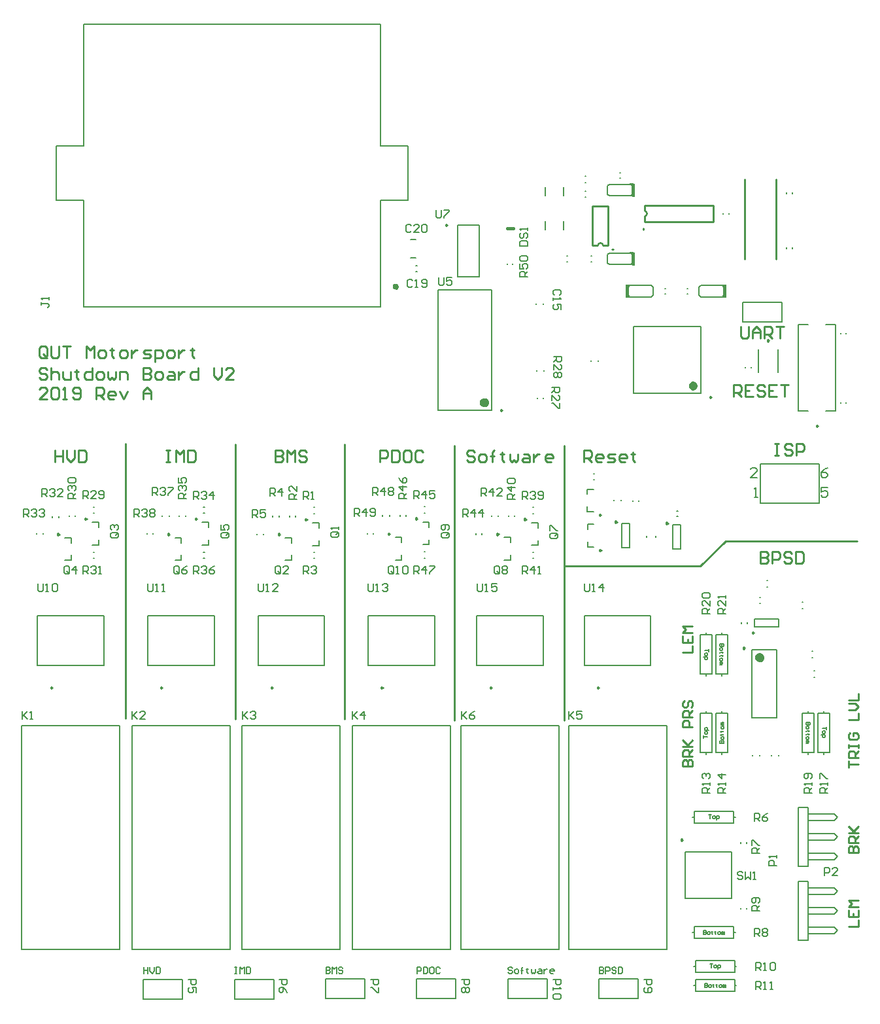
<source format=gto>
G04*
G04 #@! TF.GenerationSoftware,Altium Limited,Altium Designer,19.0.15 (446)*
G04*
G04 Layer_Color=65535*
%FSLAX25Y25*%
%MOIN*%
G70*
G01*
G75*
%ADD10C,0.00984*%
%ADD11C,0.02362*%
%ADD12C,0.00800*%
%ADD13C,0.01575*%
%ADD14C,0.01000*%
%ADD15C,0.00787*%
%ADD16C,0.00500*%
%ADD17C,0.00600*%
%ADD18C,0.00900*%
%ADD19R,0.02300X0.00650*%
%ADD20R,0.01800X0.06700*%
%ADD21R,0.02560X0.00730*%
D10*
X254807Y310671D02*
X254069Y311098D01*
Y310245D01*
X254807Y310671D01*
X226827Y405112D02*
X226088Y405538D01*
Y404686D01*
X226827Y405112D01*
X339323Y253152D02*
X338584Y253578D01*
Y252726D01*
X339323Y253152D01*
X313323Y253786D02*
X312584Y254212D01*
Y253360D01*
X313323Y253786D01*
X305252Y257300D02*
X304514Y257726D01*
Y256874D01*
X305252Y257300D01*
X305279Y239317D02*
X304541Y239743D01*
Y238891D01*
X305279Y239317D01*
X137742Y169443D02*
X137004Y169869D01*
Y169017D01*
X137742Y169443D01*
X81542D02*
X80804Y169869D01*
Y169017D01*
X81542Y169443D01*
X25342D02*
X24604Y169869D01*
Y169017D01*
X25342Y169443D01*
X249342D02*
X248604Y169869D01*
Y169017D01*
X249342Y169443D01*
X304142D02*
X303404Y169869D01*
Y169017D01*
X304142Y169443D01*
X193942D02*
X193204Y169869D01*
Y169017D01*
X193942Y169443D01*
X211541Y255459D02*
X210802Y255885D01*
Y255033D01*
X211541Y255459D01*
X197588Y247648D02*
X196850Y248074D01*
Y247222D01*
X197588Y247648D01*
X361586Y317364D02*
X360848Y317791D01*
Y316938D01*
X361586Y317364D01*
X266941Y255160D02*
X266202Y255586D01*
Y254733D01*
X266941Y255160D01*
X252988Y247608D02*
X252250Y248035D01*
Y247182D01*
X252988Y247608D01*
X390842Y346293D02*
X390104Y346720D01*
Y345867D01*
X390842Y346293D01*
X415842Y302636D02*
X415104Y303062D01*
Y302210D01*
X415842Y302636D01*
X99141Y255341D02*
X98402Y255767D01*
Y254914D01*
X99141Y255341D01*
X85188Y247530D02*
X84450Y247956D01*
Y247104D01*
X85188Y247530D01*
X42941Y255341D02*
X42202Y255767D01*
Y254914D01*
X42941Y255341D01*
X28988Y247530D02*
X28250Y247956D01*
Y247104D01*
X28988Y247530D01*
X346767Y91809D02*
X346029Y92235D01*
Y91383D01*
X346767Y91809D01*
X378508Y189608D02*
X377769Y190035D01*
Y189182D01*
X378508Y189608D01*
X383051Y197341D02*
X382313Y197767D01*
Y196915D01*
X383051Y197341D01*
X155341Y255081D02*
X154602Y255507D01*
Y254655D01*
X155341Y255081D01*
X141388Y247530D02*
X140650Y247956D01*
Y247104D01*
X141388Y247530D01*
D11*
X246795Y314707D02*
X246350Y315630D01*
X245351Y315858D01*
X244550Y315219D01*
Y314194D01*
X245351Y313555D01*
X246350Y313783D01*
X246795Y314707D01*
X353220Y323171D02*
X352776Y324095D01*
X351776Y324323D01*
X350975Y323684D01*
Y322659D01*
X351776Y322020D01*
X352776Y322248D01*
X353220Y323171D01*
X387169Y184746D02*
X386724Y185670D01*
X385725Y185898D01*
X384924Y185259D01*
Y184234D01*
X385725Y183595D01*
X386724Y183823D01*
X387169Y184746D01*
D12*
X319044Y369261D02*
X319894Y368411D01*
Y374311D02*
X319044Y373461D01*
X330806Y368411D02*
X331656Y369261D01*
Y373461D02*
X330806Y374311D01*
X367837Y373460D02*
X366987Y374310D01*
Y368410D02*
X367837Y369260D01*
X356075Y374310D02*
X355225Y373460D01*
Y369260D02*
X356075Y368410D01*
X321156Y424960D02*
X320306Y425810D01*
Y419910D02*
X321156Y420760D01*
X309394Y425810D02*
X308544Y424960D01*
Y420760D02*
X309394Y419910D01*
X321156Y389960D02*
X320306Y390810D01*
Y384910D02*
X321156Y385760D01*
X309394Y390810D02*
X308544Y389960D01*
Y385760D02*
X309394Y384910D01*
X319044Y369261D02*
Y373461D01*
X331656Y369261D02*
Y373461D01*
X319894Y368411D02*
X330806D01*
X319894Y374311D02*
X330806D01*
X367837Y369260D02*
Y373460D01*
X355225Y369260D02*
Y373460D01*
X356075Y374310D02*
X366987D01*
X356075Y368410D02*
X366987D01*
X321156Y420760D02*
Y424960D01*
X308544Y420760D02*
Y424960D01*
X309394Y425810D02*
X320306D01*
X309394Y419910D02*
X320306D01*
X321156Y385760D02*
Y389960D01*
X308544Y385760D02*
Y389960D01*
X309394Y390810D02*
X320306D01*
X309394Y384910D02*
X320306D01*
X420682Y281519D02*
X419016Y280686D01*
X417350Y279020D01*
Y277354D01*
X418183Y276520D01*
X419849D01*
X420682Y277354D01*
Y278187D01*
X419849Y279020D01*
X417350D01*
X420682Y271519D02*
X417350D01*
Y269020D01*
X419016Y269853D01*
X419849D01*
X420682Y269020D01*
Y267354D01*
X419849Y266521D01*
X418183D01*
X417350Y267354D01*
X384682Y276520D02*
X381350D01*
X384682Y279853D01*
Y280686D01*
X383849Y281519D01*
X382183D01*
X381350Y280686D01*
X383350Y266521D02*
X385016D01*
X384183D01*
Y271519D01*
X383350Y270686D01*
D13*
X201167Y373782D02*
X200623Y374531D01*
X199743Y374244D01*
Y373319D01*
X200623Y373033D01*
X201167Y373782D01*
X257275Y403356D02*
X260425D01*
D14*
X305970Y394860D02*
X305604Y395744D01*
X304720Y396110D01*
X303836Y395744D01*
X303470Y394860D01*
X327350Y409740D02*
X328234Y410106D01*
X328600Y410990D01*
X328234Y411874D01*
X327350Y412240D01*
X368626Y244085D02*
X435626D01*
X355901Y231360D02*
X368626Y244085D01*
X355850Y231360D02*
X355901D01*
X286350D02*
X355850D01*
X286350Y152860D02*
Y292860D01*
X230475Y152860D02*
Y292860D01*
X174600Y153210D02*
Y293210D01*
X118725Y153210D02*
Y293210D01*
X62850Y153860D02*
Y293860D01*
X308799Y399860D02*
Y409860D01*
Y394860D02*
Y399860D01*
Y409860D02*
Y414860D01*
X310850Y392860D02*
X311350D01*
X300641Y414860D02*
X308799D01*
X300641Y394860D02*
Y414860D01*
Y394860D02*
X303470D01*
X305970D02*
X308799D01*
X327350Y406813D02*
X362350D01*
Y415167D01*
X327350D02*
X362350D01*
X327350Y412240D02*
Y415167D01*
Y406813D02*
Y409740D01*
X326850Y402860D02*
Y403360D01*
X378350Y387860D02*
Y428360D01*
X394350Y387860D02*
Y428360D01*
X393850Y293858D02*
X395849D01*
X394850D01*
Y287860D01*
X393850D01*
X395849D01*
X402847Y292859D02*
X401848Y293858D01*
X399848D01*
X398849Y292859D01*
Y291859D01*
X399848Y290859D01*
X401848D01*
X402847Y289860D01*
Y288860D01*
X401848Y287860D01*
X399848D01*
X398849Y288860D01*
X404847Y287860D02*
Y293858D01*
X407846D01*
X408845Y292859D01*
Y290859D01*
X407846Y289860D01*
X404847D01*
X22849Y316360D02*
X18850D01*
X22849Y320359D01*
Y321359D01*
X21849Y322358D01*
X19850D01*
X18850Y321359D01*
X24848D02*
X25848Y322358D01*
X27847D01*
X28847Y321359D01*
Y317360D01*
X27847Y316360D01*
X25848D01*
X24848Y317360D01*
Y321359D01*
X30846Y316360D02*
X32846D01*
X31846D01*
Y322358D01*
X30846Y321359D01*
X35845Y317360D02*
X36844Y316360D01*
X38844D01*
X39843Y317360D01*
Y321359D01*
X38844Y322358D01*
X36844D01*
X35845Y321359D01*
Y320359D01*
X36844Y319359D01*
X39843D01*
X47841Y316360D02*
Y322358D01*
X50840D01*
X51839Y321359D01*
Y319359D01*
X50840Y318360D01*
X47841D01*
X49840D02*
X51839Y316360D01*
X56838D02*
X54839D01*
X53839Y317360D01*
Y319359D01*
X54839Y320359D01*
X56838D01*
X57837Y319359D01*
Y318360D01*
X53839D01*
X59837Y320359D02*
X61836Y316360D01*
X63836Y320359D01*
X71833Y316360D02*
Y320359D01*
X73832Y322358D01*
X75832Y320359D01*
Y316360D01*
Y319359D01*
X71833D01*
X22849Y331359D02*
X21849Y332358D01*
X19850D01*
X18850Y331359D01*
Y330359D01*
X19850Y329359D01*
X21849D01*
X22849Y328360D01*
Y327360D01*
X21849Y326360D01*
X19850D01*
X18850Y327360D01*
X24848Y332358D02*
Y326360D01*
Y329359D01*
X25848Y330359D01*
X27847D01*
X28847Y329359D01*
Y326360D01*
X30846Y330359D02*
Y327360D01*
X31846Y326360D01*
X34845D01*
Y330359D01*
X37844Y331359D02*
Y330359D01*
X36844D01*
X38844D01*
X37844D01*
Y327360D01*
X38844Y326360D01*
X45841Y332358D02*
Y326360D01*
X42842D01*
X41843Y327360D01*
Y329359D01*
X42842Y330359D01*
X45841D01*
X48840Y326360D02*
X50840D01*
X51839Y327360D01*
Y329359D01*
X50840Y330359D01*
X48840D01*
X47841Y329359D01*
Y327360D01*
X48840Y326360D01*
X53839Y330359D02*
Y327360D01*
X54839Y326360D01*
X55838Y327360D01*
X56838Y326360D01*
X57837Y327360D01*
Y330359D01*
X59837Y326360D02*
Y330359D01*
X62836D01*
X63836Y329359D01*
Y326360D01*
X71833Y332358D02*
Y326360D01*
X74832D01*
X75832Y327360D01*
Y328360D01*
X74832Y329359D01*
X71833D01*
X74832D01*
X75832Y330359D01*
Y331359D01*
X74832Y332358D01*
X71833D01*
X78831Y326360D02*
X80830D01*
X81830Y327360D01*
Y329359D01*
X80830Y330359D01*
X78831D01*
X77831Y329359D01*
Y327360D01*
X78831Y326360D01*
X84829Y330359D02*
X86828D01*
X87828Y329359D01*
Y326360D01*
X84829D01*
X83829Y327360D01*
X84829Y328360D01*
X87828D01*
X89827Y330359D02*
Y326360D01*
Y328360D01*
X90827Y329359D01*
X91826Y330359D01*
X92826D01*
X99824Y332358D02*
Y326360D01*
X96825D01*
X95825Y327360D01*
Y329359D01*
X96825Y330359D01*
X99824D01*
X107821Y332358D02*
Y328360D01*
X109821Y326360D01*
X111820Y328360D01*
Y332358D01*
X117818Y326360D02*
X113819D01*
X117818Y330359D01*
Y331359D01*
X116818Y332358D01*
X114819D01*
X113819Y331359D01*
X22849Y338360D02*
Y342359D01*
X21849Y343358D01*
X19850D01*
X18850Y342359D01*
Y338360D01*
X19850Y337360D01*
X21849D01*
X20850Y339360D02*
X22849Y337360D01*
X21849D02*
X22849Y338360D01*
X24848Y343358D02*
Y338360D01*
X25848Y337360D01*
X27847D01*
X28847Y338360D01*
Y343358D01*
X30846D02*
X34845D01*
X32846D01*
Y337360D01*
X42842D02*
Y343358D01*
X44842Y341359D01*
X46841Y343358D01*
Y337360D01*
X49840D02*
X51839D01*
X52839Y338360D01*
Y340359D01*
X51839Y341359D01*
X49840D01*
X48840Y340359D01*
Y338360D01*
X49840Y337360D01*
X55838Y342359D02*
Y341359D01*
X54839D01*
X56838D01*
X55838D01*
Y338360D01*
X56838Y337360D01*
X60836D02*
X62836D01*
X63836Y338360D01*
Y340359D01*
X62836Y341359D01*
X60836D01*
X59837Y340359D01*
Y338360D01*
X60836Y337360D01*
X65835Y341359D02*
Y337360D01*
Y339360D01*
X66835Y340359D01*
X67834Y341359D01*
X68834D01*
X71833Y337360D02*
X74832D01*
X75832Y338360D01*
X74832Y339360D01*
X72833D01*
X71833Y340359D01*
X72833Y341359D01*
X75832D01*
X77831Y335361D02*
Y341359D01*
X80830D01*
X81830Y340359D01*
Y338360D01*
X80830Y337360D01*
X77831D01*
X84829D02*
X86828D01*
X87828Y338360D01*
Y340359D01*
X86828Y341359D01*
X84829D01*
X83829Y340359D01*
Y338360D01*
X84829Y337360D01*
X89827Y341359D02*
Y337360D01*
Y339360D01*
X90827Y340359D01*
X91826Y341359D01*
X92826D01*
X96825Y342359D02*
Y341359D01*
X95825D01*
X97825D01*
X96825D01*
Y338360D01*
X97825Y337360D01*
X386547Y238858D02*
Y232860D01*
X389546D01*
X390546Y233860D01*
Y234860D01*
X389546Y235859D01*
X386547D01*
X389546D01*
X390546Y236859D01*
Y237859D01*
X389546Y238858D01*
X386547D01*
X392545Y232860D02*
Y238858D01*
X395544D01*
X396544Y237859D01*
Y235859D01*
X395544Y234860D01*
X392545D01*
X402542Y237859D02*
X401542Y238858D01*
X399543D01*
X398543Y237859D01*
Y236859D01*
X399543Y235859D01*
X401542D01*
X402542Y234860D01*
Y233860D01*
X401542Y232860D01*
X399543D01*
X398543Y233860D01*
X404541Y238858D02*
Y232860D01*
X407540D01*
X408540Y233860D01*
Y237859D01*
X407540Y238858D01*
X404541D01*
X296350Y284360D02*
Y290358D01*
X299349D01*
X300349Y289359D01*
Y287359D01*
X299349Y286360D01*
X296350D01*
X298349D02*
X300349Y284360D01*
X305347D02*
X303348D01*
X302348Y285360D01*
Y287359D01*
X303348Y288359D01*
X305347D01*
X306347Y287359D01*
Y286360D01*
X302348D01*
X308346Y284360D02*
X311345D01*
X312345Y285360D01*
X311345Y286360D01*
X309346D01*
X308346Y287359D01*
X309346Y288359D01*
X312345D01*
X317343Y284360D02*
X315344D01*
X314344Y285360D01*
Y287359D01*
X315344Y288359D01*
X317343D01*
X318343Y287359D01*
Y286360D01*
X314344D01*
X321342Y289359D02*
Y288359D01*
X320342D01*
X322342D01*
X321342D01*
Y285360D01*
X322342Y284360D01*
X240856Y289359D02*
X239856Y290358D01*
X237857D01*
X236857Y289359D01*
Y288359D01*
X237857Y287359D01*
X239856D01*
X240856Y286360D01*
Y285360D01*
X239856Y284360D01*
X237857D01*
X236857Y285360D01*
X243855Y284360D02*
X245854D01*
X246854Y285360D01*
Y287359D01*
X245854Y288359D01*
X243855D01*
X242855Y287359D01*
Y285360D01*
X243855Y284360D01*
X249853D02*
Y289359D01*
Y287359D01*
X248853D01*
X250853D01*
X249853D01*
Y289359D01*
X250853Y290358D01*
X254852Y289359D02*
Y288359D01*
X253852D01*
X255851D01*
X254852D01*
Y285360D01*
X255851Y284360D01*
X258850Y288359D02*
Y285360D01*
X259850Y284360D01*
X260850Y285360D01*
X261849Y284360D01*
X262849Y285360D01*
Y288359D01*
X265848D02*
X267847D01*
X268847Y287359D01*
Y284360D01*
X265848D01*
X264848Y285360D01*
X265848Y286360D01*
X268847D01*
X270846Y288359D02*
Y284360D01*
Y286360D01*
X271846Y287359D01*
X272846Y288359D01*
X273845D01*
X279843Y284360D02*
X277844D01*
X276844Y285360D01*
Y287359D01*
X277844Y288359D01*
X279843D01*
X280843Y287359D01*
Y286360D01*
X276844D01*
X192454Y284360D02*
Y290358D01*
X195453D01*
X196452Y289359D01*
Y287359D01*
X195453Y286360D01*
X192454D01*
X198452Y290358D02*
Y284360D01*
X201451D01*
X202450Y285360D01*
Y289359D01*
X201451Y290358D01*
X198452D01*
X207449D02*
X205450D01*
X204450Y289359D01*
Y285360D01*
X205450Y284360D01*
X207449D01*
X208449Y285360D01*
Y289359D01*
X207449Y290358D01*
X214447Y289359D02*
X213447Y290358D01*
X211448D01*
X210448Y289359D01*
Y285360D01*
X211448Y284360D01*
X213447D01*
X214447Y285360D01*
X139253Y290358D02*
Y284360D01*
X142252D01*
X143252Y285360D01*
Y286360D01*
X142252Y287359D01*
X139253D01*
X142252D01*
X143252Y288359D01*
Y289359D01*
X142252Y290358D01*
X139253D01*
X145251Y284360D02*
Y290358D01*
X147250Y288359D01*
X149250Y290358D01*
Y284360D01*
X155248Y289359D02*
X154248Y290358D01*
X152249D01*
X151249Y289359D01*
Y288359D01*
X152249Y287359D01*
X154248D01*
X155248Y286360D01*
Y285360D01*
X154248Y284360D01*
X152249D01*
X151249Y285360D01*
X83553Y290358D02*
X85552D01*
X84552D01*
Y284360D01*
X83553D01*
X85552D01*
X88551D02*
Y290358D01*
X90550Y288359D01*
X92550Y290358D01*
Y284360D01*
X94549Y290358D02*
Y284360D01*
X97548D01*
X98548Y285360D01*
Y289359D01*
X97548Y290358D01*
X94549D01*
X26853D02*
Y284360D01*
Y287359D01*
X30852D01*
Y290358D01*
Y284360D01*
X32851Y290358D02*
Y286360D01*
X34850Y284360D01*
X36850Y286360D01*
Y290358D01*
X38849D02*
Y284360D01*
X41848D01*
X42848Y285360D01*
Y289359D01*
X41848Y290358D01*
X38849D01*
X372850Y317860D02*
Y323858D01*
X375849D01*
X376849Y322859D01*
Y320859D01*
X375849Y319860D01*
X372850D01*
X374850D02*
X376849Y317860D01*
X382847Y323858D02*
X378848D01*
Y317860D01*
X382847D01*
X378848Y320859D02*
X380848D01*
X388845Y322859D02*
X387845Y323858D01*
X385846D01*
X384846Y322859D01*
Y321859D01*
X385846Y320859D01*
X387845D01*
X388845Y319860D01*
Y318860D01*
X387845Y317860D01*
X385846D01*
X384846Y318860D01*
X394843Y323858D02*
X390844D01*
Y317860D01*
X394843D01*
X390844Y320859D02*
X392844D01*
X396842Y323858D02*
X400841D01*
X398842D01*
Y317860D01*
X376350Y353358D02*
Y348360D01*
X377350Y347360D01*
X379349D01*
X380349Y348360D01*
Y353358D01*
X382348Y347360D02*
Y351359D01*
X384348Y353358D01*
X386347Y351359D01*
Y347360D01*
Y350359D01*
X382348D01*
X388346Y347360D02*
Y353358D01*
X391345D01*
X392345Y352359D01*
Y350359D01*
X391345Y349360D01*
X388346D01*
X390346D02*
X392345Y347360D01*
X394344Y353358D02*
X398343D01*
X396344D01*
Y347360D01*
D15*
X249551Y310770D02*
Y371951D01*
X222149Y310770D02*
Y371951D01*
Y310770D02*
X249551D01*
X222149Y371951D02*
X249551D01*
X210933Y381348D02*
X211327D01*
X210933Y384498D02*
X211327D01*
X232240Y378734D02*
X243264D01*
X232240Y405112D02*
X243264D01*
Y378734D02*
Y405112D01*
X232240Y378734D02*
Y405112D01*
X337653Y372738D02*
X338047D01*
X337653Y369982D02*
X338047D01*
X348984Y369983D02*
X349378D01*
X348984Y372739D02*
X349378D01*
X343897Y256770D02*
X344291D01*
X343897Y259526D02*
X344291D01*
X311764Y264583D02*
Y264977D01*
X315307Y264583D02*
Y264977D01*
X321339Y264387D02*
Y264780D01*
X324488Y264387D02*
Y264780D01*
X376275Y90164D02*
Y90557D01*
X379425Y90164D02*
Y90557D01*
X376275Y56664D02*
Y57057D01*
X379425Y56664D02*
Y57057D01*
X341881Y252266D02*
X345819D01*
X341881Y240061D02*
X345819D01*
X341881D02*
Y252266D01*
X345819Y240061D02*
Y252266D01*
X315881Y252900D02*
X319819D01*
X315881Y240695D02*
X319819D01*
X315881D02*
Y252900D01*
X319819Y240695D02*
Y252900D01*
X328586Y246164D02*
Y246557D01*
X333114Y246164D02*
Y246557D01*
X301303Y278435D02*
X301696D01*
X301303Y275286D02*
X301696D01*
X298264Y259032D02*
X301472D01*
X298264D02*
Y261631D01*
Y270528D02*
X301472D01*
X298264Y267930D02*
Y270528D01*
X298291Y241050D02*
X301500D01*
X298291D02*
Y243648D01*
Y252546D02*
X301500D01*
X298291Y249947D02*
Y252546D01*
X184768Y11043D02*
Y21043D01*
X164768Y11043D02*
X184768D01*
X164768D02*
Y21043D01*
X184768D01*
X138309Y10860D02*
Y20860D01*
X118309Y10860D02*
X138309D01*
X118309D02*
Y20860D01*
X138309D01*
X91850Y10860D02*
Y20860D01*
X71850Y10860D02*
X91850D01*
X71850D02*
Y20860D01*
X91850D01*
X122249Y35951D02*
X172249D01*
Y150125D01*
X122249D02*
X172249D01*
X122249Y35951D02*
Y150125D01*
X66049Y35951D02*
X116050D01*
Y150125D01*
X66049D02*
X116050D01*
X66049Y35951D02*
Y150125D01*
X9849Y35951D02*
X59850D01*
Y150125D01*
X9849D02*
X59850D01*
X9849Y35951D02*
Y150125D01*
X130321Y180762D02*
Y205959D01*
X164180Y180761D02*
Y205958D01*
X130321Y205959D02*
X164179D01*
X130322Y180761D02*
X164180D01*
X74121Y180762D02*
Y205959D01*
X107980Y180761D02*
Y205958D01*
X74121Y205959D02*
X107979D01*
X74122Y180761D02*
X107980D01*
X17921Y180762D02*
Y205959D01*
X51780Y180761D02*
Y205958D01*
X17921Y205959D02*
X51779D01*
X17922Y180761D02*
X51780D01*
X277685Y11043D02*
Y21043D01*
X257685Y11043D02*
X277685D01*
X257685D02*
Y21043D01*
X277685D01*
X324144Y11043D02*
Y21043D01*
X304144Y11043D02*
X324144D01*
X304144D02*
Y21043D01*
X324144D01*
X231226Y11043D02*
Y21043D01*
X211226Y11043D02*
X231226D01*
X211226D02*
Y21043D01*
X231226D01*
X233850Y35951D02*
X283850D01*
Y150125D01*
X233850D02*
X283850D01*
X233850Y35951D02*
Y150125D01*
X288650Y35951D02*
X338650D01*
Y150125D01*
X288650D02*
X338650D01*
X288650Y35951D02*
Y150125D01*
X178449Y35951D02*
X228450D01*
Y150125D01*
X178449D02*
X228450D01*
X178449Y35951D02*
Y150125D01*
X241921Y180762D02*
Y205959D01*
X275780Y180761D02*
Y205958D01*
X241921Y205959D02*
X275779D01*
X241922Y180761D02*
X275780D01*
X296721Y180762D02*
Y205959D01*
X330580Y180761D02*
Y205958D01*
X296721Y205959D02*
X330579D01*
X296722Y180761D02*
X330580D01*
X186521Y180762D02*
Y205959D01*
X220380Y180761D02*
Y205958D01*
X186521Y205959D02*
X220379D01*
X186522Y180761D02*
X220380D01*
X260228Y385010D02*
Y385404D01*
X257472Y385010D02*
Y385404D01*
X207972Y397691D02*
X210728D01*
X207972Y388242D02*
X210728D01*
X214985Y261553D02*
X215379D01*
X214985Y258404D02*
X215379D01*
X214336Y253727D02*
X217545D01*
Y251128D02*
Y253727D01*
X214336Y242231D02*
X217545D01*
Y244829D01*
X202607Y256829D02*
Y257223D01*
X205757Y256829D02*
Y257223D01*
X214985Y238553D02*
X215379D01*
X214985Y235404D02*
X215379D01*
X193911Y256829D02*
Y257223D01*
X197454Y256829D02*
Y257223D01*
X200383Y245916D02*
X203592D01*
Y243317D02*
Y245916D01*
X200383Y234420D02*
X203592D01*
Y237018D01*
X186108Y247782D02*
Y248175D01*
X189257Y247782D02*
Y248175D01*
X321724Y353486D02*
X355976D01*
X321724Y319234D02*
X355976D01*
X321724D02*
Y353486D01*
X355976Y319234D02*
Y353486D01*
X270386Y261298D02*
X270779D01*
X270386Y258148D02*
X270779D01*
X269736Y253427D02*
X272944D01*
Y250829D02*
Y253427D01*
X269736Y241931D02*
X272944D01*
Y244530D01*
X258008Y256573D02*
Y256967D01*
X261157Y256573D02*
Y256967D01*
X397350Y355860D02*
Y365860D01*
X377350Y355860D02*
X397350D01*
X377350D02*
Y365860D01*
X397350D01*
X270386Y238514D02*
X270779D01*
X270386Y235364D02*
X270779D01*
X249311Y256573D02*
Y256967D01*
X252854Y256573D02*
Y256967D01*
X255783Y245876D02*
X258992D01*
Y243278D02*
Y245876D01*
X255783Y234380D02*
X258992D01*
Y236979D01*
X378775Y332364D02*
Y332758D01*
X381925Y332364D02*
Y332758D01*
X241374Y247483D02*
Y247876D01*
X244523Y247483D02*
Y247876D01*
X395271Y329955D02*
Y341766D01*
X385429Y329955D02*
Y341766D01*
X300079Y335664D02*
Y336057D01*
X303622Y335664D02*
Y336057D01*
X416350Y263521D02*
Y283521D01*
X386350Y263521D02*
Y283521D01*
X416350D01*
X386350Y263521D02*
X416350D01*
X397183D02*
X416350D01*
X405842Y310510D02*
Y354211D01*
X424858Y310510D02*
Y354211D01*
X419878Y310510D02*
X424858D01*
X405842D02*
X410822D01*
X419878Y354211D02*
X424858D01*
X405842D02*
X410822D01*
X427472Y349664D02*
Y350057D01*
X430228Y349664D02*
Y350057D01*
Y314419D02*
Y314813D01*
X427472Y314419D02*
Y314813D01*
X102585Y261435D02*
X102979D01*
X102585Y258286D02*
X102979D01*
X101936Y253608D02*
X105145D01*
Y251010D02*
Y253608D01*
X101936Y242112D02*
X105145D01*
Y244711D01*
X90207Y256711D02*
Y257105D01*
X93357Y256711D02*
Y257105D01*
X102585Y238435D02*
X102979D01*
X102585Y235286D02*
X102979D01*
X81511Y256711D02*
Y257105D01*
X85054Y256711D02*
Y257105D01*
X87983Y245797D02*
X91192D01*
Y243199D02*
Y245797D01*
X87983Y234301D02*
X91192D01*
Y236900D01*
X73707Y247664D02*
Y248057D01*
X76857Y247664D02*
Y248057D01*
X46385Y261479D02*
X46779D01*
X46385Y258329D02*
X46779D01*
X45736Y253608D02*
X48945D01*
Y251010D02*
Y253608D01*
X45736Y242112D02*
X48945D01*
Y244711D01*
X34007Y256754D02*
Y257148D01*
X37157Y256754D02*
Y257148D01*
X46385Y238435D02*
X46779D01*
X46385Y235286D02*
X46779D01*
X25311Y256164D02*
Y256557D01*
X28854Y256164D02*
Y256557D01*
X31783Y245797D02*
X34992D01*
Y243199D02*
Y245797D01*
X31783Y234301D02*
X34992D01*
Y236900D01*
X17507Y247664D02*
Y248057D01*
X20657Y247664D02*
Y248057D01*
X275925Y316664D02*
Y317057D01*
X272775Y316664D02*
Y317057D01*
X272579Y330664D02*
Y331057D01*
X276122Y330664D02*
Y331057D01*
X275622Y364664D02*
Y365057D01*
X272078Y364664D02*
Y365057D01*
X297153Y419286D02*
X297547D01*
X297153Y422435D02*
X297547D01*
X367275Y410664D02*
Y411057D01*
X370425Y410664D02*
Y411057D01*
X286074Y420195D02*
Y424526D01*
X276626Y420195D02*
Y424526D01*
X286074Y402695D02*
Y407026D01*
X276626Y402695D02*
Y407026D01*
X314653Y431738D02*
X315047D01*
X314653Y428982D02*
X315047D01*
X300153Y386482D02*
X300547D01*
X300153Y389238D02*
X300547D01*
X287653Y389435D02*
X288047D01*
X287653Y386286D02*
X288047D01*
X296949Y426589D02*
X297342D01*
X296949Y430132D02*
X297342D01*
X399775Y421164D02*
Y421557D01*
X402925Y421164D02*
Y421557D01*
X399775Y393164D02*
Y393557D01*
X402925Y393164D02*
Y393557D01*
X410850Y78360D02*
Y108360D01*
X405850D02*
X410850D01*
X405850Y78360D02*
X410850D01*
X405850D02*
Y108360D01*
X410850Y81694D02*
X424183D01*
X425850Y83360D01*
X424183Y85027D02*
X425850Y83360D01*
X410850Y85027D02*
X424183D01*
X410850Y91694D02*
X424183D01*
X425850Y93360D01*
X424183Y95027D02*
X425850Y93360D01*
X410850Y95027D02*
X424183D01*
X410850Y101694D02*
X424183D01*
X425850Y103360D01*
X424183Y105027D02*
X425850Y103360D01*
X410850Y105027D02*
X424183D01*
X372728Y103360D02*
Y106360D01*
X352728D02*
X372728D01*
X352728Y100360D02*
Y106360D01*
Y100360D02*
X372728D01*
Y103360D01*
X351828D02*
X352728D01*
X372728D02*
X373628D01*
X348039Y85671D02*
X371661D01*
X348039Y62049D02*
Y85671D01*
Y62049D02*
X371661D01*
Y85671D01*
X352728Y41860D02*
Y44860D01*
Y41860D02*
X372728D01*
Y47860D01*
X352728D02*
X372728D01*
X352728Y44860D02*
Y47860D01*
X372728Y44860D02*
X373628D01*
X351828D02*
X352728D01*
X410850Y40860D02*
Y70860D01*
X405850D02*
X410850D01*
X405850Y40860D02*
X410850D01*
X405850D02*
Y70860D01*
X410850Y44194D02*
X424183D01*
X425850Y45860D01*
X424183Y47527D02*
X425850Y45860D01*
X410850Y47527D02*
X424183D01*
X410850Y54194D02*
X424183D01*
X425850Y55860D01*
X424183Y57527D02*
X425850Y55860D01*
X410850Y57527D02*
X424183D01*
X410850Y64194D02*
X424183D01*
X425850Y65860D01*
X424183Y67527D02*
X425850Y65860D01*
X410850Y67527D02*
X424183D01*
X353350Y24360D02*
Y27360D01*
Y24360D02*
X373350D01*
Y30360D01*
X353350D02*
X373350D01*
X353350Y27360D02*
Y30360D01*
X373350Y27360D02*
X374250D01*
X352450D02*
X353350D01*
X373350Y17860D02*
Y20860D01*
X353350D02*
X373350D01*
X353350Y14860D02*
Y20860D01*
Y14860D02*
X373350D01*
Y17860D01*
X352450D02*
X353350D01*
X373350D02*
X374250D01*
X382051Y154136D02*
X394649D01*
X382051Y188585D02*
X394649D01*
Y154136D02*
Y188585D01*
X382051Y154136D02*
Y188585D01*
X376775Y202164D02*
Y202557D01*
X379925Y202164D02*
Y202557D01*
X355850Y156360D02*
X358850D01*
X355850Y136360D02*
Y156360D01*
Y136360D02*
X361850D01*
Y156360D01*
X358850D02*
X361850D01*
X358850Y135460D02*
Y136360D01*
Y156360D02*
Y157260D01*
X386122Y134664D02*
Y135057D01*
X382578Y134664D02*
Y135057D01*
X412653Y187935D02*
X413047D01*
X412653Y184786D02*
X413047D01*
X366850Y136360D02*
X369850D01*
Y156360D01*
X363850D02*
X369850D01*
X363850Y136360D02*
Y156360D01*
Y136360D02*
X366850D01*
Y156360D02*
Y157260D01*
Y135460D02*
Y136360D01*
X383444Y200392D02*
Y204329D01*
X395649Y200392D02*
Y204329D01*
X383444Y200392D02*
X395649D01*
X383444Y204329D02*
X395649D01*
X407653Y209589D02*
X408047D01*
X407653Y213132D02*
X408047D01*
X418850Y136360D02*
X421850D01*
Y156360D01*
X415850D02*
X421850D01*
X415850Y136360D02*
Y156360D01*
Y136360D02*
X418850D01*
Y156360D02*
Y157260D01*
Y135460D02*
Y136360D01*
X386153Y212286D02*
X386547D01*
X386153Y215435D02*
X386547D01*
X407850Y156360D02*
X410850D01*
X407850Y136360D02*
Y156360D01*
Y136360D02*
X413850D01*
Y156360D01*
X410850D02*
X413850D01*
X410850Y135460D02*
Y136360D01*
Y156360D02*
Y157260D01*
X355850Y196360D02*
X358850D01*
X355850Y176360D02*
Y196360D01*
Y176360D02*
X361850D01*
Y196360D01*
X358850D02*
X361850D01*
X358850Y175460D02*
Y176360D01*
Y196360D02*
Y197260D01*
X395622Y134664D02*
Y135057D01*
X392078Y134664D02*
Y135057D01*
X366850Y176360D02*
X369850D01*
Y196360D01*
X363850D02*
X369850D01*
X363850Y176360D02*
Y196360D01*
Y176360D02*
X366850D01*
Y196360D02*
Y197260D01*
Y175460D02*
Y176360D01*
X413653Y178132D02*
X414047D01*
X413653Y174589D02*
X414047D01*
X389653Y224132D02*
X390047D01*
X389653Y220589D02*
X390047D01*
X158785Y261219D02*
X159179D01*
X158785Y258069D02*
X159179D01*
X158136Y253349D02*
X161345D01*
Y250750D02*
Y253349D01*
X158136Y241853D02*
X161345D01*
Y244451D01*
X146407Y256494D02*
Y256888D01*
X149557Y256494D02*
Y256888D01*
X158785Y238435D02*
X159179D01*
X158785Y235286D02*
X159179D01*
X137711Y256494D02*
Y256888D01*
X141254Y256494D02*
Y256888D01*
X144183Y245797D02*
X147392D01*
Y243199D02*
Y245797D01*
X144183Y234301D02*
X147392D01*
Y236900D01*
X129908Y247404D02*
Y247797D01*
X133057Y247404D02*
Y247797D01*
D16*
X192892Y363547D02*
Y417671D01*
X206661D01*
Y445230D01*
X192882D02*
X206661D01*
X192882D02*
Y507238D01*
X41307D02*
X192882D01*
X41307Y445230D02*
Y507238D01*
X27527Y445230D02*
X41307D01*
X27527Y417671D02*
Y445230D01*
Y417671D02*
X41307D01*
Y363538D02*
Y417671D01*
Y363538D02*
X192882D01*
D17*
X164974Y27059D02*
Y23860D01*
X166573D01*
X167107Y24394D01*
Y24927D01*
X166573Y25460D01*
X164974D01*
X166573D01*
X167107Y25993D01*
Y26526D01*
X166573Y27059D01*
X164974D01*
X168173Y23860D02*
Y27059D01*
X169239Y25993D01*
X170306Y27059D01*
Y23860D01*
X173504Y26526D02*
X172971Y27059D01*
X171905D01*
X171372Y26526D01*
Y25993D01*
X171905Y25460D01*
X172971D01*
X173504Y24927D01*
Y24394D01*
X172971Y23860D01*
X171905D01*
X171372Y24394D01*
X72056Y27059D02*
Y23860D01*
Y25460D01*
X74189D01*
Y27059D01*
Y23860D01*
X75255Y27059D02*
Y24927D01*
X76322Y23860D01*
X77388Y24927D01*
Y27059D01*
X78454D02*
Y23860D01*
X80054D01*
X80587Y24394D01*
Y26526D01*
X80054Y27059D01*
X78454D01*
X118515D02*
X119581D01*
X119048D01*
Y23860D01*
X118515D01*
X119581D01*
X121181D02*
Y27059D01*
X122247Y25993D01*
X123314Y27059D01*
Y23860D01*
X124380Y27059D02*
Y23860D01*
X125979D01*
X126513Y24394D01*
Y26526D01*
X125979Y27059D01*
X124380D01*
X211433Y23860D02*
Y27059D01*
X213032D01*
X213565Y26526D01*
Y25460D01*
X213032Y24927D01*
X211433D01*
X214632Y27059D02*
Y23860D01*
X216231D01*
X216764Y24394D01*
Y26526D01*
X216231Y27059D01*
X214632D01*
X219430D02*
X218364D01*
X217831Y26526D01*
Y24394D01*
X218364Y23860D01*
X219430D01*
X219963Y24394D01*
Y26526D01*
X219430Y27059D01*
X223162Y26526D02*
X222629Y27059D01*
X221563D01*
X221030Y26526D01*
Y24394D01*
X221563Y23860D01*
X222629D01*
X223162Y24394D01*
X260024Y26526D02*
X259491Y27059D01*
X258425D01*
X257892Y26526D01*
Y25993D01*
X258425Y25460D01*
X259491D01*
X260024Y24927D01*
Y24394D01*
X259491Y23860D01*
X258425D01*
X257892Y24394D01*
X261624Y23860D02*
X262690D01*
X263223Y24394D01*
Y25460D01*
X262690Y25993D01*
X261624D01*
X261090Y25460D01*
Y24394D01*
X261624Y23860D01*
X264823D02*
Y26526D01*
Y25460D01*
X264289D01*
X265356D01*
X264823D01*
Y26526D01*
X265356Y27059D01*
X267488Y26526D02*
Y25993D01*
X266955D01*
X268021D01*
X267488D01*
Y24394D01*
X268021Y23860D01*
X269621Y25993D02*
Y24394D01*
X270154Y23860D01*
X270687Y24394D01*
X271220Y23860D01*
X271754Y24394D01*
Y25993D01*
X273353D02*
X274419D01*
X274953Y25460D01*
Y23860D01*
X273353D01*
X272820Y24394D01*
X273353Y24927D01*
X274953D01*
X276019Y25993D02*
Y23860D01*
Y24927D01*
X276552Y25460D01*
X277085Y25993D01*
X277618D01*
X280817Y23860D02*
X279751D01*
X279218Y24394D01*
Y25460D01*
X279751Y25993D01*
X280817D01*
X281351Y25460D01*
Y24927D01*
X279218D01*
X304350Y27059D02*
Y23860D01*
X305950D01*
X306483Y24394D01*
Y24927D01*
X305950Y25460D01*
X304350D01*
X305950D01*
X306483Y25993D01*
Y26526D01*
X305950Y27059D01*
X304350D01*
X307549Y23860D02*
Y27059D01*
X309149D01*
X309682Y26526D01*
Y25460D01*
X309149Y24927D01*
X307549D01*
X312881Y26526D02*
X312348Y27059D01*
X311281D01*
X310748Y26526D01*
Y25993D01*
X311281Y25460D01*
X312348D01*
X312881Y24927D01*
Y24394D01*
X312348Y23860D01*
X311281D01*
X310748Y24394D01*
X313947Y27059D02*
Y23860D01*
X315546D01*
X316080Y24394D01*
Y26526D01*
X315546Y27059D01*
X313947D01*
X357397Y45860D02*
Y43861D01*
X358396D01*
X358729Y44194D01*
Y44527D01*
X358396Y44860D01*
X357397D01*
X358396D01*
X358729Y45194D01*
Y45527D01*
X358396Y45860D01*
X357397D01*
X359729Y43861D02*
X360396D01*
X360729Y44194D01*
Y44860D01*
X360396Y45194D01*
X359729D01*
X359396Y44860D01*
Y44194D01*
X359729Y43861D01*
X361729Y45527D02*
Y45194D01*
X361395D01*
X362062D01*
X361729D01*
Y44194D01*
X362062Y43861D01*
X363395Y45527D02*
Y45194D01*
X363061D01*
X363728D01*
X363395D01*
Y44194D01*
X363728Y43861D01*
X365061D02*
X365727D01*
X366060Y44194D01*
Y44860D01*
X365727Y45194D01*
X365061D01*
X364727Y44860D01*
Y44194D01*
X365061Y43861D01*
X366727D02*
Y45194D01*
X367060D01*
X367393Y44860D01*
Y43861D01*
Y44860D01*
X367726Y45194D01*
X368060Y44860D01*
Y43861D01*
X360062Y104693D02*
X361395D01*
X360729D01*
Y102694D01*
X362395D02*
X363061D01*
X363395Y103027D01*
Y103694D01*
X363061Y104027D01*
X362395D01*
X362062Y103694D01*
Y103027D01*
X362395Y102694D01*
X364061Y102027D02*
Y104027D01*
X365061D01*
X365394Y103694D01*
Y103027D01*
X365061Y102694D01*
X364061D01*
X360684Y28693D02*
X362017D01*
X361351D01*
Y26694D01*
X363017D02*
X363683D01*
X364017Y27027D01*
Y27694D01*
X363683Y28027D01*
X363017D01*
X362684Y27694D01*
Y27027D01*
X363017Y26694D01*
X364683Y26028D02*
Y28027D01*
X365683D01*
X366016Y27694D01*
Y27027D01*
X365683Y26694D01*
X364683D01*
X358018Y18860D02*
Y16861D01*
X359018D01*
X359351Y17194D01*
Y17527D01*
X359018Y17860D01*
X358018D01*
X359018D01*
X359351Y18194D01*
Y18527D01*
X359018Y18860D01*
X358018D01*
X360351Y16861D02*
X361017D01*
X361351Y17194D01*
Y17860D01*
X361017Y18194D01*
X360351D01*
X360018Y17860D01*
Y17194D01*
X360351Y16861D01*
X362351Y18527D02*
Y18194D01*
X362017D01*
X362684D01*
X362351D01*
Y17194D01*
X362684Y16861D01*
X364017Y18527D02*
Y18194D01*
X363683D01*
X364350D01*
X364017D01*
Y17194D01*
X364350Y16861D01*
X365683D02*
X366349D01*
X366682Y17194D01*
Y17860D01*
X366349Y18194D01*
X365683D01*
X365350Y17860D01*
Y17194D01*
X365683Y16861D01*
X367349D02*
Y18194D01*
X367682D01*
X368015Y17860D01*
Y16861D01*
Y17860D01*
X368349Y18194D01*
X368682Y17860D01*
Y16861D01*
X420183Y149526D02*
Y148193D01*
Y148860D01*
X418184D01*
Y147194D02*
Y146527D01*
X418517Y146194D01*
X419183D01*
X419517Y146527D01*
Y147194D01*
X419183Y147527D01*
X418517D01*
X418184Y147194D01*
X417517Y145528D02*
X419517D01*
Y144528D01*
X419183Y144195D01*
X418517D01*
X418184Y144528D01*
Y145528D01*
X360183Y189026D02*
Y187693D01*
Y188360D01*
X358184D01*
Y186694D02*
Y186027D01*
X358517Y185694D01*
X359183D01*
X359517Y186027D01*
Y186694D01*
X359183Y187027D01*
X358517D01*
X358184Y186694D01*
X357517Y185028D02*
X359517D01*
Y184028D01*
X359183Y183695D01*
X358517D01*
X358184Y184028D01*
Y185028D01*
X411850Y151692D02*
X409851D01*
Y150692D01*
X410184Y150359D01*
X410517D01*
X410850Y150692D01*
Y151692D01*
Y150692D01*
X411183Y150359D01*
X411517D01*
X411850Y150692D01*
Y151692D01*
X409851Y149359D02*
Y148693D01*
X410184Y148360D01*
X410850D01*
X411183Y148693D01*
Y149359D01*
X410850Y149693D01*
X410184D01*
X409851Y149359D01*
X411517Y147360D02*
X411183D01*
Y147693D01*
Y147027D01*
Y147360D01*
X410184D01*
X409851Y147027D01*
X411517Y145694D02*
X411183D01*
Y146027D01*
Y145361D01*
Y145694D01*
X410184D01*
X409851Y145361D01*
Y144028D02*
Y143361D01*
X410184Y143028D01*
X410850D01*
X411183Y143361D01*
Y144028D01*
X410850Y144361D01*
X410184D01*
X409851Y144028D01*
Y142362D02*
X411183D01*
Y142028D01*
X410850Y141695D01*
X409851D01*
X410850D01*
X411183Y141362D01*
X410850Y141029D01*
X409851D01*
X367850Y191692D02*
X365850D01*
Y190692D01*
X366184Y190359D01*
X366517D01*
X366850Y190692D01*
Y191692D01*
Y190692D01*
X367183Y190359D01*
X367517D01*
X367850Y190692D01*
Y191692D01*
X365850Y189359D02*
Y188693D01*
X366184Y188360D01*
X366850D01*
X367183Y188693D01*
Y189359D01*
X366850Y189693D01*
X366184D01*
X365850Y189359D01*
X367517Y187360D02*
X367183D01*
Y187693D01*
Y187027D01*
Y187360D01*
X366184D01*
X365850Y187027D01*
X367517Y185694D02*
X367183D01*
Y186027D01*
Y185361D01*
Y185694D01*
X366184D01*
X365850Y185361D01*
Y184028D02*
Y183361D01*
X366184Y183028D01*
X366850D01*
X367183Y183361D01*
Y184028D01*
X366850Y184361D01*
X366184D01*
X365850Y184028D01*
Y182362D02*
X367183D01*
Y182028D01*
X366850Y181695D01*
X365850D01*
X366850D01*
X367183Y181362D01*
X366850Y181029D01*
X365850D01*
X365850Y141029D02*
X367850D01*
Y142028D01*
X367517Y142362D01*
X367183D01*
X366850Y142028D01*
Y141029D01*
Y142028D01*
X366517Y142362D01*
X366184D01*
X365850Y142028D01*
Y141029D01*
X367850Y143361D02*
Y144028D01*
X367517Y144361D01*
X366850D01*
X366517Y144028D01*
Y143361D01*
X366850Y143028D01*
X367517D01*
X367850Y143361D01*
X366184Y145361D02*
X366517D01*
Y145027D01*
Y145694D01*
Y145361D01*
X367517D01*
X367850Y145694D01*
X366184Y147027D02*
X366517D01*
Y146694D01*
Y147360D01*
Y147027D01*
X367517D01*
X367850Y147360D01*
Y148693D02*
Y149359D01*
X367517Y149693D01*
X366850D01*
X366517Y149359D01*
Y148693D01*
X366850Y148360D01*
X367517D01*
X367850Y148693D01*
Y150359D02*
X366517D01*
Y150692D01*
X366850Y151025D01*
X367850D01*
X366850D01*
X366517Y151359D01*
X366850Y151692D01*
X367850D01*
X357517Y143695D02*
Y145027D01*
Y144361D01*
X359517D01*
Y146027D02*
Y146694D01*
X359183Y147027D01*
X358517D01*
X358184Y146694D01*
Y146027D01*
X358517Y145694D01*
X359183D01*
X359517Y146027D01*
X360183Y147693D02*
X358184D01*
Y148693D01*
X358517Y149026D01*
X359183D01*
X359517Y148693D01*
Y147693D01*
X221102Y412772D02*
Y409440D01*
X221768Y408773D01*
X223101D01*
X223767Y409440D01*
Y412772D01*
X225100D02*
X227766D01*
Y412106D01*
X225100Y409440D01*
Y408773D01*
X242000Y222209D02*
Y218877D01*
X242667Y218210D01*
X244000D01*
X244666Y218877D01*
Y222209D01*
X245999Y218210D02*
X247332D01*
X246665D01*
Y222209D01*
X245999Y221543D01*
X251997Y222209D02*
X249331D01*
Y220210D01*
X250664Y220876D01*
X251330D01*
X251997Y220210D01*
Y218877D01*
X251330Y218210D01*
X249998D01*
X249331Y218877D01*
X296800Y222209D02*
Y218877D01*
X297467Y218210D01*
X298800D01*
X299466Y218877D01*
Y222209D01*
X300799Y218210D02*
X302132D01*
X301465D01*
Y222209D01*
X300799Y221543D01*
X306131Y218210D02*
Y222209D01*
X304131Y220210D01*
X306797D01*
X186600Y222209D02*
Y218877D01*
X187267Y218210D01*
X188600D01*
X189266Y218877D01*
Y222209D01*
X190599Y218210D02*
X191932D01*
X191265D01*
Y222209D01*
X190599Y221543D01*
X193931D02*
X194598Y222209D01*
X195931D01*
X196597Y221543D01*
Y220876D01*
X195931Y220210D01*
X195264D01*
X195931D01*
X196597Y219543D01*
Y218877D01*
X195931Y218210D01*
X194598D01*
X193931Y218877D01*
X130400Y222209D02*
Y218877D01*
X131067Y218210D01*
X132400D01*
X133066Y218877D01*
Y222209D01*
X134399Y218210D02*
X135732D01*
X135065D01*
Y222209D01*
X134399Y221543D01*
X140397Y218210D02*
X137731D01*
X140397Y220876D01*
Y221543D01*
X139731Y222209D01*
X138398D01*
X137731Y221543D01*
X74200Y222209D02*
Y218877D01*
X74867Y218210D01*
X76200D01*
X76866Y218877D01*
Y222209D01*
X78199Y218210D02*
X79532D01*
X78865D01*
Y222209D01*
X78199Y221543D01*
X81531Y218210D02*
X82864D01*
X82198D01*
Y222209D01*
X81531Y221543D01*
X18000Y222209D02*
Y218877D01*
X18667Y218210D01*
X20000D01*
X20666Y218877D01*
Y222209D01*
X21999Y218210D02*
X23332D01*
X22665D01*
Y222209D01*
X21999Y221543D01*
X25331D02*
X25998Y222209D01*
X27330D01*
X27997Y221543D01*
Y218877D01*
X27330Y218210D01*
X25998D01*
X25331Y218877D01*
Y221543D01*
X222350Y378359D02*
Y375027D01*
X223017Y374360D01*
X224349D01*
X225016Y375027D01*
Y378359D01*
X229015D02*
X226349D01*
Y376360D01*
X227682Y377026D01*
X228348D01*
X229015Y376360D01*
Y375027D01*
X228348Y374360D01*
X227015D01*
X226349Y375027D01*
X377416Y75193D02*
X376749Y75859D01*
X375417D01*
X374750Y75193D01*
Y74526D01*
X375417Y73860D01*
X376749D01*
X377416Y73193D01*
Y72527D01*
X376749Y71860D01*
X375417D01*
X374750Y72527D01*
X378749Y75859D02*
Y71860D01*
X380082Y73193D01*
X381415Y71860D01*
Y75859D01*
X382748Y71860D02*
X384080D01*
X383414D01*
Y75859D01*
X382748Y75193D01*
X267750Y378560D02*
X263751D01*
Y380560D01*
X264418Y381226D01*
X265751D01*
X266417Y380560D01*
Y378560D01*
Y379893D02*
X267750Y381226D01*
X263751Y385225D02*
Y382559D01*
X265751D01*
X265084Y383892D01*
Y384558D01*
X265751Y385225D01*
X267084D01*
X267750Y384558D01*
Y383226D01*
X267084Y382559D01*
X264418Y386558D02*
X263751Y387224D01*
Y388557D01*
X264418Y389224D01*
X267084D01*
X267750Y388557D01*
Y387224D01*
X267084Y386558D01*
X264418D01*
X179482Y256579D02*
Y260577D01*
X181482D01*
X182148Y259911D01*
Y258578D01*
X181482Y257911D01*
X179482D01*
X180815D02*
X182148Y256579D01*
X185480D02*
Y260577D01*
X183481Y258578D01*
X186147D01*
X187480Y257245D02*
X188146Y256579D01*
X189479D01*
X190146Y257245D01*
Y259911D01*
X189479Y260577D01*
X188146D01*
X187480Y259911D01*
Y259244D01*
X188146Y258578D01*
X190146D01*
X188682Y267379D02*
Y271377D01*
X190682D01*
X191348Y270711D01*
Y269378D01*
X190682Y268711D01*
X188682D01*
X190015D02*
X191348Y267379D01*
X194680D02*
Y271377D01*
X192681Y269378D01*
X195347D01*
X196680Y270711D02*
X197346Y271377D01*
X198679D01*
X199346Y270711D01*
Y270044D01*
X198679Y269378D01*
X199346Y268711D01*
Y268045D01*
X198679Y267379D01*
X197346D01*
X196680Y268045D01*
Y268711D01*
X197346Y269378D01*
X196680Y270044D01*
Y270711D01*
X197346Y269378D02*
X198679D01*
X209750Y227360D02*
Y231359D01*
X211750D01*
X212416Y230693D01*
Y229360D01*
X211750Y228693D01*
X209750D01*
X211083D02*
X212416Y227360D01*
X215748D02*
Y231359D01*
X213749Y229360D01*
X216415D01*
X217747Y231359D02*
X220413D01*
Y230693D01*
X217747Y228027D01*
Y227360D01*
X206182Y265679D02*
X202184D01*
Y267678D01*
X202850Y268344D01*
X204183D01*
X204849Y267678D01*
Y265679D01*
Y267011D02*
X206182Y268344D01*
Y271677D02*
X202184D01*
X204183Y269677D01*
Y272343D01*
X202184Y276342D02*
X202850Y275009D01*
X204183Y273676D01*
X205516D01*
X206182Y274342D01*
Y275675D01*
X205516Y276342D01*
X204849D01*
X204183Y275675D01*
Y273676D01*
X209782Y265679D02*
Y269677D01*
X211782D01*
X212448Y269011D01*
Y267678D01*
X211782Y267011D01*
X209782D01*
X211115D02*
X212448Y265679D01*
X215780D02*
Y269677D01*
X213781Y267678D01*
X216447D01*
X220445Y269677D02*
X217780D01*
Y267678D01*
X219113Y268344D01*
X219779D01*
X220445Y267678D01*
Y266345D01*
X219779Y265679D01*
X218446D01*
X217780Y266345D01*
X234749Y256320D02*
Y260318D01*
X236748D01*
X237414Y259652D01*
Y258319D01*
X236748Y257652D01*
X234749D01*
X236081D02*
X237414Y256320D01*
X240747D02*
Y260318D01*
X238747Y258319D01*
X241413D01*
X244745Y256320D02*
Y260318D01*
X242746Y258319D01*
X245412D01*
X244049Y267120D02*
Y271118D01*
X246048D01*
X246714Y270452D01*
Y269119D01*
X246048Y268453D01*
X244049D01*
X245381D02*
X246714Y267120D01*
X250047D02*
Y271118D01*
X248047Y269119D01*
X250713D01*
X254712Y267120D02*
X252046D01*
X254712Y269785D01*
Y270452D01*
X254045Y271118D01*
X252712D01*
X252046Y270452D01*
X265148Y227320D02*
Y231318D01*
X267148D01*
X267814Y230652D01*
Y229319D01*
X267148Y228653D01*
X265148D01*
X266481D02*
X267814Y227320D01*
X271147D02*
Y231318D01*
X269147Y229319D01*
X271813D01*
X273146Y227320D02*
X274479D01*
X273812D01*
Y231318D01*
X273146Y230652D01*
X261548Y265420D02*
X257550D01*
Y267419D01*
X258216Y268085D01*
X259549D01*
X260216Y267419D01*
Y265420D01*
Y266753D02*
X261548Y268085D01*
Y271418D02*
X257550D01*
X259549Y269418D01*
Y272084D01*
X258216Y273417D02*
X257550Y274083D01*
Y275416D01*
X258216Y276083D01*
X260882D01*
X261548Y275416D01*
Y274083D01*
X260882Y273417D01*
X258216D01*
X265132Y265373D02*
Y269372D01*
X267132D01*
X267798Y268705D01*
Y267372D01*
X267132Y266706D01*
X265132D01*
X266465D02*
X267798Y265373D01*
X269131Y268705D02*
X269797Y269372D01*
X271130D01*
X271797Y268705D01*
Y268039D01*
X271130Y267372D01*
X270464D01*
X271130D01*
X271797Y266706D01*
Y266039D01*
X271130Y265373D01*
X269797D01*
X269131Y266039D01*
X273130D02*
X273796Y265373D01*
X275129D01*
X275796Y266039D01*
Y268705D01*
X275129Y269372D01*
X273796D01*
X273130Y268705D01*
Y268039D01*
X273796Y267372D01*
X275796D01*
X67085Y256457D02*
Y260456D01*
X69085D01*
X69751Y259789D01*
Y258456D01*
X69085Y257790D01*
X67085D01*
X68418D02*
X69751Y256457D01*
X71084Y259789D02*
X71751Y260456D01*
X73084D01*
X73750Y259789D01*
Y259123D01*
X73084Y258456D01*
X72417D01*
X73084D01*
X73750Y257790D01*
Y257124D01*
X73084Y256457D01*
X71751D01*
X71084Y257124D01*
X75083Y259789D02*
X75749Y260456D01*
X77082D01*
X77749Y259789D01*
Y259123D01*
X77082Y258456D01*
X77749Y257790D01*
Y257124D01*
X77082Y256457D01*
X75749D01*
X75083Y257124D01*
Y257790D01*
X75749Y258456D01*
X75083Y259123D01*
Y259789D01*
X75749Y258456D02*
X77082D01*
X76282Y267260D02*
Y271259D01*
X78282D01*
X78948Y270593D01*
Y269260D01*
X78282Y268593D01*
X76282D01*
X77615D02*
X78948Y267260D01*
X80281Y270593D02*
X80948Y271259D01*
X82280D01*
X82947Y270593D01*
Y269926D01*
X82280Y269260D01*
X81614D01*
X82280D01*
X82947Y268593D01*
Y267927D01*
X82280Y267260D01*
X80948D01*
X80281Y267927D01*
X84280Y271259D02*
X86945D01*
Y270593D01*
X84280Y267927D01*
Y267260D01*
X97350Y227260D02*
Y231259D01*
X99349D01*
X100016Y230593D01*
Y229260D01*
X99349Y228593D01*
X97350D01*
X98683D02*
X100016Y227260D01*
X101349Y230593D02*
X102015Y231259D01*
X103348D01*
X104015Y230593D01*
Y229926D01*
X103348Y229260D01*
X102682D01*
X103348D01*
X104015Y228593D01*
Y227927D01*
X103348Y227260D01*
X102015D01*
X101349Y227927D01*
X108013Y231259D02*
X106680Y230593D01*
X105348Y229260D01*
Y227927D01*
X106014Y227260D01*
X107347D01*
X108013Y227927D01*
Y228593D01*
X107347Y229260D01*
X105348D01*
X93786Y265557D02*
X89787D01*
Y267557D01*
X90453Y268223D01*
X91786D01*
X92453Y267557D01*
Y265557D01*
Y266890D02*
X93786Y268223D01*
X90453Y269556D02*
X89787Y270222D01*
Y271555D01*
X90453Y272222D01*
X91120D01*
X91786Y271555D01*
Y270889D01*
Y271555D01*
X92453Y272222D01*
X93119D01*
X93786Y271555D01*
Y270222D01*
X93119Y269556D01*
X89787Y276220D02*
Y273555D01*
X91786D01*
X91120Y274887D01*
Y275554D01*
X91786Y276220D01*
X93119D01*
X93786Y275554D01*
Y274221D01*
X93119Y273555D01*
X97332Y265510D02*
Y269509D01*
X99332D01*
X99998Y268843D01*
Y267510D01*
X99332Y266843D01*
X97332D01*
X98665D02*
X99998Y265510D01*
X101331Y268843D02*
X101997Y269509D01*
X103330D01*
X103997Y268843D01*
Y268176D01*
X103330Y267510D01*
X102664D01*
X103330D01*
X103997Y266843D01*
Y266177D01*
X103330Y265510D01*
X101997D01*
X101331Y266177D01*
X107329Y265510D02*
Y269509D01*
X105330Y267510D01*
X107995D01*
X10882Y256460D02*
Y260459D01*
X12882D01*
X13548Y259793D01*
Y258460D01*
X12882Y257793D01*
X10882D01*
X12215D02*
X13548Y256460D01*
X14881Y259793D02*
X15548Y260459D01*
X16880D01*
X17547Y259793D01*
Y259126D01*
X16880Y258460D01*
X16214D01*
X16880D01*
X17547Y257793D01*
Y257127D01*
X16880Y256460D01*
X15548D01*
X14881Y257127D01*
X18880Y259793D02*
X19546Y260459D01*
X20879D01*
X21545Y259793D01*
Y259126D01*
X20879Y258460D01*
X20213D01*
X20879D01*
X21545Y257793D01*
Y257127D01*
X20879Y256460D01*
X19546D01*
X18880Y257127D01*
X20082Y266760D02*
Y270759D01*
X22082D01*
X22748Y270093D01*
Y268760D01*
X22082Y268093D01*
X20082D01*
X21415D02*
X22748Y266760D01*
X24081Y270093D02*
X24747Y270759D01*
X26080D01*
X26747Y270093D01*
Y269426D01*
X26080Y268760D01*
X25414D01*
X26080D01*
X26747Y268093D01*
Y267427D01*
X26080Y266760D01*
X24747D01*
X24081Y267427D01*
X30746Y266760D02*
X28080D01*
X30746Y269426D01*
Y270093D01*
X30079Y270759D01*
X28746D01*
X28080Y270093D01*
X41150Y227260D02*
Y231259D01*
X43150D01*
X43816Y230593D01*
Y229260D01*
X43150Y228593D01*
X41150D01*
X42483D02*
X43816Y227260D01*
X45149Y230593D02*
X45815Y231259D01*
X47148D01*
X47815Y230593D01*
Y229926D01*
X47148Y229260D01*
X46482D01*
X47148D01*
X47815Y228593D01*
Y227927D01*
X47148Y227260D01*
X45815D01*
X45149Y227927D01*
X49147Y227260D02*
X50480D01*
X49814D01*
Y231259D01*
X49147Y230593D01*
X37582Y265560D02*
X33584D01*
Y267560D01*
X34250Y268226D01*
X35583D01*
X36249Y267560D01*
Y265560D01*
Y266893D02*
X37582Y268226D01*
X34250Y269559D02*
X33584Y270226D01*
Y271558D01*
X34250Y272225D01*
X34916D01*
X35583Y271558D01*
Y270892D01*
Y271558D01*
X36249Y272225D01*
X36916D01*
X37582Y271558D01*
Y270226D01*
X36916Y269559D01*
X34250Y273558D02*
X33584Y274224D01*
Y275557D01*
X34250Y276224D01*
X36916D01*
X37582Y275557D01*
Y274224D01*
X36916Y273558D01*
X34250D01*
X41182Y265560D02*
Y269559D01*
X43182D01*
X43848Y268893D01*
Y267560D01*
X43182Y266893D01*
X41182D01*
X42515D02*
X43848Y265560D01*
X47847D02*
X45181D01*
X47847Y268226D01*
Y268893D01*
X47180Y269559D01*
X45847D01*
X45181Y268893D01*
X49180Y266227D02*
X49846Y265560D01*
X51179D01*
X51846Y266227D01*
Y268893D01*
X51179Y269559D01*
X49846D01*
X49180Y268893D01*
Y268226D01*
X49846Y267560D01*
X51846D01*
X281200Y338010D02*
X285199D01*
Y336011D01*
X284532Y335345D01*
X283200D01*
X282533Y336011D01*
Y338010D01*
Y336678D02*
X281200Y335345D01*
Y331346D02*
Y334012D01*
X283866Y331346D01*
X284532D01*
X285199Y332012D01*
Y333345D01*
X284532Y334012D01*
Y330013D02*
X285199Y329346D01*
Y328014D01*
X284532Y327347D01*
X283866D01*
X283200Y328014D01*
X282533Y327347D01*
X281867D01*
X281200Y328014D01*
Y329346D01*
X281867Y330013D01*
X282533D01*
X283200Y329346D01*
X283866Y330013D01*
X284532D01*
X283200Y329346D02*
Y328014D01*
X280000Y322310D02*
X283999D01*
Y320311D01*
X283332Y319645D01*
X281999D01*
X281333Y320311D01*
Y322310D01*
Y320977D02*
X280000Y319645D01*
Y315646D02*
Y318312D01*
X282666Y315646D01*
X283332D01*
X283999Y316312D01*
Y317645D01*
X283332Y318312D01*
X283999Y314313D02*
Y311647D01*
X283332D01*
X280667Y314313D01*
X280000D01*
X368850Y207160D02*
X364851D01*
Y209160D01*
X365518Y209826D01*
X366851D01*
X367517Y209160D01*
Y207160D01*
Y208493D02*
X368850Y209826D01*
Y213825D02*
Y211159D01*
X366184Y213825D01*
X365518D01*
X364851Y213158D01*
Y211826D01*
X365518Y211159D01*
X368850Y215158D02*
Y216491D01*
Y215824D01*
X364851D01*
X365518Y215158D01*
X360850Y207160D02*
X356851D01*
Y209160D01*
X357518Y209826D01*
X358851D01*
X359517Y209160D01*
Y207160D01*
Y208493D02*
X360850Y209826D01*
Y213825D02*
Y211159D01*
X358184Y213825D01*
X357518D01*
X356851Y213158D01*
Y211826D01*
X357518Y211159D01*
Y215158D02*
X356851Y215824D01*
Y217157D01*
X357518Y217824D01*
X360184D01*
X360850Y217157D01*
Y215824D01*
X360184Y215158D01*
X357518D01*
X412850Y115560D02*
X408851D01*
Y117560D01*
X409518Y118226D01*
X410851D01*
X411517Y117560D01*
Y115560D01*
Y116893D02*
X412850Y118226D01*
Y119559D02*
Y120892D01*
Y120226D01*
X408851D01*
X409518Y119559D01*
X412184Y122891D02*
X412850Y123558D01*
Y124891D01*
X412184Y125557D01*
X409518D01*
X408851Y124891D01*
Y123558D01*
X409518Y122891D01*
X410184D01*
X410851Y123558D01*
Y125557D01*
X420850Y115560D02*
X416851D01*
Y117560D01*
X417518Y118226D01*
X418851D01*
X419517Y117560D01*
Y115560D01*
Y116893D02*
X420850Y118226D01*
Y119559D02*
Y120892D01*
Y120226D01*
X416851D01*
X417518Y119559D01*
X416851Y122891D02*
Y125557D01*
X417518D01*
X420184Y122891D01*
X420850D01*
X368850Y115560D02*
X364851D01*
Y117560D01*
X365518Y118226D01*
X366851D01*
X367517Y117560D01*
Y115560D01*
Y116893D02*
X368850Y118226D01*
Y119559D02*
Y120892D01*
Y120226D01*
X364851D01*
X365518Y119559D01*
X368850Y124891D02*
X364851D01*
X366851Y122891D01*
Y125557D01*
X360850Y115560D02*
X356851D01*
Y117560D01*
X357518Y118226D01*
X358851D01*
X359517Y117560D01*
Y115560D01*
Y116893D02*
X360850Y118226D01*
Y119559D02*
Y120892D01*
Y120226D01*
X356851D01*
X357518Y119559D01*
Y122891D02*
X356851Y123558D01*
Y124891D01*
X357518Y125557D01*
X358184D01*
X358851Y124891D01*
Y124224D01*
Y124891D01*
X359517Y125557D01*
X360184D01*
X360850Y124891D01*
Y123558D01*
X360184Y122891D01*
X384150Y15860D02*
Y19859D01*
X386150D01*
X386816Y19193D01*
Y17860D01*
X386150Y17193D01*
X384150D01*
X385483D02*
X386816Y15860D01*
X388149D02*
X389482D01*
X388815D01*
Y19859D01*
X388149Y19193D01*
X391481Y15860D02*
X392814D01*
X392147D01*
Y19859D01*
X391481Y19193D01*
X384150Y25360D02*
Y29359D01*
X386150D01*
X386816Y28693D01*
Y27360D01*
X386150Y26693D01*
X384150D01*
X385483D02*
X386816Y25360D01*
X388149D02*
X389482D01*
X388815D01*
Y29359D01*
X388149Y28693D01*
X391481D02*
X392147Y29359D01*
X393480D01*
X394147Y28693D01*
Y26027D01*
X393480Y25360D01*
X392147D01*
X391481Y26027D01*
Y28693D01*
X386150Y55560D02*
X382151D01*
Y57560D01*
X382818Y58226D01*
X384151D01*
X384817Y57560D01*
Y55560D01*
Y56893D02*
X386150Y58226D01*
X385484Y59559D02*
X386150Y60225D01*
Y61559D01*
X385484Y62225D01*
X382818D01*
X382151Y61559D01*
Y60225D01*
X382818Y59559D01*
X383484D01*
X384151Y60225D01*
Y62225D01*
X383450Y42860D02*
Y46859D01*
X385450D01*
X386116Y46193D01*
Y44860D01*
X385450Y44193D01*
X383450D01*
X384783D02*
X386116Y42860D01*
X387449Y46193D02*
X388115Y46859D01*
X389448D01*
X390115Y46193D01*
Y45526D01*
X389448Y44860D01*
X390115Y44193D01*
Y43527D01*
X389448Y42860D01*
X388115D01*
X387449Y43527D01*
Y44193D01*
X388115Y44860D01*
X387449Y45526D01*
Y46193D01*
X388115Y44860D02*
X389448D01*
X386150Y84960D02*
X382151D01*
Y86960D01*
X382818Y87626D01*
X384151D01*
X384817Y86960D01*
Y84960D01*
Y86293D02*
X386150Y87626D01*
X382151Y88959D02*
Y91625D01*
X382818D01*
X385484Y88959D01*
X386150D01*
X383450Y101360D02*
Y105359D01*
X385450D01*
X386116Y104693D01*
Y103360D01*
X385450Y102693D01*
X383450D01*
X384783D02*
X386116Y101360D01*
X390115Y105359D02*
X388782Y104693D01*
X387449Y103360D01*
Y102027D01*
X388115Y101360D01*
X389448D01*
X390115Y102027D01*
Y102693D01*
X389448Y103360D01*
X387449D01*
X127282Y256201D02*
Y260199D01*
X129282D01*
X129948Y259533D01*
Y258200D01*
X129282Y257534D01*
X127282D01*
X128615D02*
X129948Y256201D01*
X133947Y260199D02*
X131281D01*
Y258200D01*
X132614Y258866D01*
X133280D01*
X133947Y258200D01*
Y256867D01*
X133280Y256201D01*
X131948D01*
X131281Y256867D01*
X136482Y267101D02*
Y271099D01*
X138482D01*
X139148Y270433D01*
Y269100D01*
X138482Y268433D01*
X136482D01*
X137815D02*
X139148Y267101D01*
X142480D02*
Y271099D01*
X140481Y269100D01*
X143147D01*
X153550Y227260D02*
Y231259D01*
X155550D01*
X156216Y230593D01*
Y229260D01*
X155550Y228593D01*
X153550D01*
X154883D02*
X156216Y227260D01*
X157549Y230593D02*
X158215Y231259D01*
X159548D01*
X160215Y230593D01*
Y229926D01*
X159548Y229260D01*
X158882D01*
X159548D01*
X160215Y228593D01*
Y227927D01*
X159548Y227260D01*
X158215D01*
X157549Y227927D01*
X149982Y265301D02*
X145984D01*
Y267300D01*
X146650Y267966D01*
X147983D01*
X148649Y267300D01*
Y265301D01*
Y266634D02*
X149982Y267966D01*
Y271965D02*
Y269299D01*
X147317Y271965D01*
X146650D01*
X145984Y271299D01*
Y269966D01*
X146650Y269299D01*
X153582Y265301D02*
Y269299D01*
X155582D01*
X156248Y268633D01*
Y267300D01*
X155582Y266634D01*
X153582D01*
X154915D02*
X156248Y265301D01*
X157581D02*
X158914D01*
X158247D01*
Y269299D01*
X157581Y268633D01*
X199348Y228034D02*
Y230700D01*
X198682Y231366D01*
X197349D01*
X196682Y230700D01*
Y228034D01*
X197349Y227368D01*
X198682D01*
X198015Y228700D02*
X199348Y227368D01*
X198682D02*
X199348Y228034D01*
X200681Y227368D02*
X202014D01*
X201347D01*
Y231366D01*
X200681Y230700D01*
X204013D02*
X204680Y231366D01*
X206013D01*
X206679Y230700D01*
Y228034D01*
X206013Y227368D01*
X204680D01*
X204013Y228034D01*
Y230700D01*
X227084Y248426D02*
X224418D01*
X223751Y247760D01*
Y246427D01*
X224418Y245760D01*
X227084D01*
X227750Y246427D01*
Y247760D01*
X226417Y247093D02*
X227750Y248426D01*
Y247760D02*
X227084Y248426D01*
Y249759D02*
X227750Y250426D01*
Y251758D01*
X227084Y252425D01*
X224418D01*
X223751Y251758D01*
Y250426D01*
X224418Y249759D01*
X225084D01*
X225751Y250426D01*
Y252425D01*
X253514Y227986D02*
Y230652D01*
X252848Y231318D01*
X251515D01*
X250849Y230652D01*
Y227986D01*
X251515Y227320D01*
X252848D01*
X252181Y228653D02*
X253514Y227320D01*
X252848D02*
X253514Y227986D01*
X254847Y230652D02*
X255514Y231318D01*
X256847D01*
X257513Y230652D01*
Y229985D01*
X256847Y229319D01*
X257513Y228653D01*
Y227986D01*
X256847Y227320D01*
X255514D01*
X254847Y227986D01*
Y228653D01*
X255514Y229319D01*
X254847Y229985D01*
Y230652D01*
X255514Y229319D02*
X256847D01*
X282484Y248126D02*
X279818D01*
X279151Y247460D01*
Y246127D01*
X279818Y245460D01*
X282484D01*
X283150Y246127D01*
Y247460D01*
X281817Y246793D02*
X283150Y248126D01*
Y247460D02*
X282484Y248126D01*
X279151Y249459D02*
Y252125D01*
X279818D01*
X282484Y249459D01*
X283150D01*
X90248Y227916D02*
Y230582D01*
X89582Y231248D01*
X88249D01*
X87582Y230582D01*
Y227916D01*
X88249Y227249D01*
X89582D01*
X88915Y228582D02*
X90248Y227249D01*
X89582D02*
X90248Y227916D01*
X94247Y231248D02*
X92914Y230582D01*
X91581Y229249D01*
Y227916D01*
X92247Y227249D01*
X93580D01*
X94247Y227916D01*
Y228582D01*
X93580Y229249D01*
X91581D01*
X114684Y248326D02*
X112018D01*
X111351Y247660D01*
Y246327D01*
X112018Y245660D01*
X114684D01*
X115350Y246327D01*
Y247660D01*
X114017Y246993D02*
X115350Y248326D01*
Y247660D02*
X114684Y248326D01*
X111351Y252325D02*
Y249659D01*
X113351D01*
X112684Y250992D01*
Y251658D01*
X113351Y252325D01*
X114684D01*
X115350Y251658D01*
Y250326D01*
X114684Y249659D01*
X34048Y227916D02*
Y230582D01*
X33382Y231248D01*
X32049D01*
X31382Y230582D01*
Y227916D01*
X32049Y227249D01*
X33382D01*
X32715Y228582D02*
X34048Y227249D01*
X33382D02*
X34048Y227916D01*
X37380Y227249D02*
Y231248D01*
X35381Y229249D01*
X38047D01*
X58484Y248326D02*
X55818D01*
X55151Y247660D01*
Y246327D01*
X55818Y245660D01*
X58484D01*
X59150Y246327D01*
Y247660D01*
X57817Y246993D02*
X59150Y248326D01*
Y247660D02*
X58484Y248326D01*
X55818Y249659D02*
X55151Y250326D01*
Y251658D01*
X55818Y252325D01*
X56484D01*
X57151Y251658D01*
Y250992D01*
Y251658D01*
X57817Y252325D01*
X58484D01*
X59150Y251658D01*
Y250326D01*
X58484Y249659D01*
X141848Y227916D02*
Y230582D01*
X141182Y231248D01*
X139849D01*
X139182Y230582D01*
Y227916D01*
X139849Y227249D01*
X141182D01*
X140515Y228582D02*
X141848Y227249D01*
X141182D02*
X141848Y227916D01*
X145847Y227249D02*
X143181D01*
X145847Y229915D01*
Y230582D01*
X145180Y231248D01*
X143848D01*
X143181Y230582D01*
X170884Y248726D02*
X168218D01*
X167551Y248060D01*
Y246727D01*
X168218Y246060D01*
X170884D01*
X171550Y246727D01*
Y248060D01*
X170217Y247393D02*
X171550Y248726D01*
Y248060D02*
X170884Y248726D01*
X171550Y250059D02*
Y251392D01*
Y250726D01*
X167551D01*
X168218Y250059D01*
X280635Y20793D02*
X284634D01*
Y18794D01*
X283967Y18127D01*
X282635D01*
X281968Y18794D01*
Y20793D01*
X280635Y16794D02*
Y15461D01*
Y16128D01*
X284634D01*
X283967Y16794D01*
Y13462D02*
X284634Y12796D01*
Y11463D01*
X283967Y10796D01*
X281302D01*
X280635Y11463D01*
Y12796D01*
X281302Y13462D01*
X283967D01*
X327094Y20793D02*
X331093D01*
Y18794D01*
X330426Y18127D01*
X329093D01*
X328427Y18794D01*
Y20793D01*
X327760Y16794D02*
X327094Y16128D01*
Y14795D01*
X327760Y14129D01*
X330426D01*
X331093Y14795D01*
Y16128D01*
X330426Y16794D01*
X329760D01*
X329093Y16128D01*
Y14129D01*
X234176Y20793D02*
X238175D01*
Y18794D01*
X237509Y18127D01*
X236176D01*
X235509Y18794D01*
Y20793D01*
X237509Y16794D02*
X238175Y16128D01*
Y14795D01*
X237509Y14129D01*
X236842D01*
X236176Y14795D01*
X235509Y14129D01*
X234843D01*
X234176Y14795D01*
Y16128D01*
X234843Y16794D01*
X235509D01*
X236176Y16128D01*
X236842Y16794D01*
X237509D01*
X236176Y16128D02*
Y14795D01*
X187718Y20793D02*
X191716D01*
Y18794D01*
X191050Y18127D01*
X189717D01*
X189051Y18794D01*
Y20793D01*
X191716Y16794D02*
Y14129D01*
X191050D01*
X188384Y16794D01*
X187718D01*
X141259Y20610D02*
X145258D01*
Y18611D01*
X144591Y17945D01*
X143258D01*
X142592Y18611D01*
Y20610D01*
X145258Y13946D02*
X144591Y15279D01*
X143258Y16612D01*
X141925D01*
X141259Y15945D01*
Y14612D01*
X141925Y13946D01*
X142592D01*
X143258Y14612D01*
Y16612D01*
X94800Y20610D02*
X98799D01*
Y18611D01*
X98132Y17945D01*
X96799D01*
X96133Y18611D01*
Y20610D01*
X98799Y13946D02*
Y16612D01*
X96799D01*
X97466Y15279D01*
Y14612D01*
X96799Y13946D01*
X95467D01*
X94800Y14612D01*
Y15945D01*
X95467Y16612D01*
X418950Y73860D02*
Y77859D01*
X420950D01*
X421616Y77193D01*
Y75860D01*
X420950Y75193D01*
X418950D01*
X425615Y73860D02*
X422949D01*
X425615Y76526D01*
Y77193D01*
X424948Y77859D01*
X423615D01*
X422949Y77193D01*
X394900Y78610D02*
X390901D01*
Y80610D01*
X391568Y81276D01*
X392901D01*
X393567Y80610D01*
Y78610D01*
X394900Y82609D02*
Y83942D01*
Y83276D01*
X390901D01*
X391568Y82609D01*
X234000Y157209D02*
Y153210D01*
Y154543D01*
X236666Y157209D01*
X234667Y155210D01*
X236666Y153210D01*
X240665Y157209D02*
X239332Y156543D01*
X237999Y155210D01*
Y153877D01*
X238665Y153210D01*
X239998D01*
X240665Y153877D01*
Y154543D01*
X239998Y155210D01*
X237999D01*
X288800Y157209D02*
Y153210D01*
Y154543D01*
X291466Y157209D01*
X289467Y155210D01*
X291466Y153210D01*
X295465Y157209D02*
X292799D01*
Y155210D01*
X294132Y155876D01*
X294798D01*
X295465Y155210D01*
Y153877D01*
X294798Y153210D01*
X293465D01*
X292799Y153877D01*
X178600Y157209D02*
Y153210D01*
Y154543D01*
X181266Y157209D01*
X179267Y155210D01*
X181266Y153210D01*
X184598D02*
Y157209D01*
X182599Y155210D01*
X185265D01*
X122400Y157209D02*
Y153210D01*
Y154543D01*
X125066Y157209D01*
X123067Y155210D01*
X125066Y153210D01*
X126399Y156543D02*
X127065Y157209D01*
X128398D01*
X129065Y156543D01*
Y155876D01*
X128398Y155210D01*
X127732D01*
X128398D01*
X129065Y154543D01*
Y153877D01*
X128398Y153210D01*
X127065D01*
X126399Y153877D01*
X66200Y157209D02*
Y153210D01*
Y154543D01*
X68866Y157209D01*
X66867Y155210D01*
X68866Y153210D01*
X72865D02*
X70199D01*
X72865Y155876D01*
Y156543D01*
X72198Y157209D01*
X70865D01*
X70199Y156543D01*
X10000Y157209D02*
Y153210D01*
Y154543D01*
X12666Y157209D01*
X10667Y155210D01*
X12666Y153210D01*
X13999D02*
X15332D01*
X14665D01*
Y157209D01*
X13999Y156543D01*
X19846Y365728D02*
Y364395D01*
Y365062D01*
X23178D01*
X23844Y364395D01*
Y363729D01*
X23178Y363062D01*
X23844Y367061D02*
Y368394D01*
Y367727D01*
X19846D01*
X20512Y367061D01*
X263851Y394260D02*
X267850D01*
Y396260D01*
X267184Y396926D01*
X264518D01*
X263851Y396260D01*
Y394260D01*
X264518Y400925D02*
X263851Y400258D01*
Y398926D01*
X264518Y398259D01*
X265184D01*
X265851Y398926D01*
Y400258D01*
X266517Y400925D01*
X267184D01*
X267850Y400258D01*
Y398926D01*
X267184Y398259D01*
X267850Y402258D02*
Y403591D01*
Y402924D01*
X263851D01*
X264518Y402258D01*
X208516Y404699D02*
X207850Y405365D01*
X206517D01*
X205850Y404699D01*
Y402033D01*
X206517Y401367D01*
X207850D01*
X208516Y402033D01*
X212515Y401367D02*
X209849D01*
X212515Y404032D01*
Y404699D01*
X211848Y405365D01*
X210515D01*
X209849Y404699D01*
X213847D02*
X214514Y405365D01*
X215847D01*
X216513Y404699D01*
Y402033D01*
X215847Y401367D01*
X214514D01*
X213847Y402033D01*
Y404699D01*
X209195Y376656D02*
X208529Y377322D01*
X207196D01*
X206530Y376656D01*
Y373990D01*
X207196Y373323D01*
X208529D01*
X209195Y373990D01*
X210528Y373323D02*
X211861D01*
X211195D01*
Y377322D01*
X210528Y376656D01*
X213861Y373990D02*
X214527Y373323D01*
X215860D01*
X216527Y373990D01*
Y376656D01*
X215860Y377322D01*
X214527D01*
X213861Y376656D01*
Y375989D01*
X214527Y375323D01*
X216527D01*
X284032Y369345D02*
X284699Y370011D01*
Y371344D01*
X284032Y372010D01*
X281367D01*
X280700Y371344D01*
Y370011D01*
X281367Y369345D01*
X280700Y368012D02*
Y366679D01*
Y367345D01*
X284699D01*
X284032Y368012D01*
X284699Y362014D02*
Y364679D01*
X282699D01*
X283366Y363347D01*
Y362680D01*
X282699Y362014D01*
X281367D01*
X280700Y362680D01*
Y364013D01*
X281367Y364679D01*
D18*
X431352Y85361D02*
X436350Y85367D01*
X436347Y87866D01*
X435513Y88698D01*
X434680Y88697D01*
X433848Y87863D01*
X433851Y85364D01*
X433848Y87863D01*
X433014Y88695D01*
X432181Y88694D01*
X431349Y87860D01*
X431352Y85361D01*
X436344Y90365D02*
X431346Y90359D01*
X431343Y92858D01*
X432175Y93692D01*
X433841Y93694D01*
X434675Y92862D01*
X434678Y90363D01*
X434676Y92029D02*
X436340Y93697D01*
X431340Y95357D02*
X436338Y95363D01*
X434672Y95361D01*
X431336Y98690D01*
X433838Y96193D01*
X436334Y98696D01*
X431352Y47861D02*
X436350Y47867D01*
X436346Y51199D01*
X431342Y56191D02*
X431346Y52859D01*
X436344Y52865D01*
X436340Y56197D01*
X433845Y52862D02*
X433843Y54528D01*
X436338Y57863D02*
X431340Y57857D01*
X433004Y59526D01*
X431336Y61190D01*
X436334Y61196D01*
X431353Y128860D02*
Y132193D01*
Y130526D01*
X436351D01*
Y133859D02*
X431353D01*
Y136358D01*
X432186Y137191D01*
X433852D01*
X434685Y136358D01*
Y133859D01*
Y135525D02*
X436351Y137191D01*
X431353Y138857D02*
Y140523D01*
Y139690D01*
X436351D01*
Y138857D01*
Y140523D01*
X432186Y146355D02*
X431353Y145522D01*
Y143856D01*
X432186Y143023D01*
X435518D01*
X436351Y143856D01*
Y145522D01*
X435518Y146355D01*
X433852D01*
Y144689D01*
X431353Y153019D02*
X436351D01*
Y156351D01*
X431353Y158018D02*
X434685D01*
X436351Y159684D01*
X434685Y161350D01*
X431353D01*
Y163016D02*
X436351D01*
Y166348D01*
X346852Y129360D02*
X351850D01*
Y131860D01*
X351017Y132693D01*
X350184D01*
X349351Y131860D01*
Y129360D01*
Y131860D01*
X348518Y132693D01*
X347685D01*
X346852Y131860D01*
Y129360D01*
X351850Y134359D02*
X346852D01*
Y136858D01*
X347685Y137691D01*
X349351D01*
X350184Y136858D01*
Y134359D01*
Y136025D02*
X351850Y137691D01*
X346852Y139357D02*
X351850D01*
X350184D01*
X346852Y142689D01*
X349351Y140190D01*
X351850Y142689D01*
Y149354D02*
X346852D01*
Y151853D01*
X347685Y152686D01*
X349351D01*
X350184Y151853D01*
Y149354D01*
X351850Y154352D02*
X346852D01*
Y156851D01*
X347685Y157685D01*
X349351D01*
X350184Y156851D01*
Y154352D01*
Y156018D02*
X351850Y157685D01*
X347685Y162683D02*
X346852Y161850D01*
Y160184D01*
X347685Y159351D01*
X348518D01*
X349351Y160184D01*
Y161850D01*
X350184Y162683D01*
X351017D01*
X351850Y161850D01*
Y160184D01*
X351017Y159351D01*
X346852Y187360D02*
X351850D01*
Y190693D01*
X346852Y195691D02*
Y192359D01*
X351850D01*
Y195691D01*
X349351Y192359D02*
Y194025D01*
X351850Y197357D02*
X346852D01*
X348518Y199023D01*
X346852Y200689D01*
X351850D01*
D19*
X319483Y368335D02*
D03*
X367398Y374386D02*
D03*
X320717Y425886D02*
D03*
Y390886D02*
D03*
D20*
X318483Y371360D02*
D03*
X368398Y371361D02*
D03*
X321717Y422861D02*
D03*
Y387861D02*
D03*
D21*
X319614Y374345D02*
D03*
X367268Y368376D02*
D03*
X320587Y419876D02*
D03*
Y384876D02*
D03*
M02*

</source>
